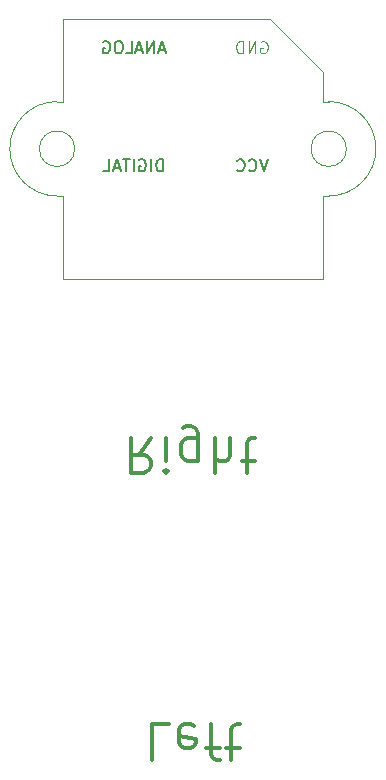
<source format=gbr>
G04 (created by PCBNEW (2013-may-18)-stable) date Пт 28 авг 2015 20:05:46*
%MOIN*%
G04 Gerber Fmt 3.4, Leading zero omitted, Abs format*
%FSLAX34Y34*%
G01*
G70*
G90*
G04 APERTURE LIST*
%ADD10C,0.00393701*%
%ADD11C,0.011811*%
%ADD12C,0.00590551*%
%ADD13C,0.00492126*%
G04 APERTURE END LIST*
G54D10*
G54D11*
X10734Y-35971D02*
X10172Y-35971D01*
X10172Y-37153D01*
X11578Y-36028D02*
X11465Y-35971D01*
X11240Y-35971D01*
X11128Y-36028D01*
X11071Y-36140D01*
X11071Y-36590D01*
X11128Y-36703D01*
X11240Y-36759D01*
X11465Y-36759D01*
X11578Y-36703D01*
X11634Y-36590D01*
X11634Y-36478D01*
X11071Y-36365D01*
X11971Y-36759D02*
X12421Y-36759D01*
X12140Y-35971D02*
X12140Y-36984D01*
X12196Y-37096D01*
X12309Y-37153D01*
X12421Y-37153D01*
X12646Y-36759D02*
X13096Y-36759D01*
X12815Y-37153D02*
X12815Y-36140D01*
X12871Y-36028D01*
X12984Y-35971D01*
X13096Y-35971D01*
X10128Y-26421D02*
X9734Y-26984D01*
X9453Y-26421D02*
X9453Y-27603D01*
X9903Y-27603D01*
X10015Y-27546D01*
X10072Y-27490D01*
X10128Y-27378D01*
X10128Y-27209D01*
X10072Y-27096D01*
X10015Y-27040D01*
X9903Y-26984D01*
X9453Y-26984D01*
X10634Y-26421D02*
X10634Y-27209D01*
X10634Y-27603D02*
X10578Y-27546D01*
X10634Y-27490D01*
X10690Y-27546D01*
X10634Y-27603D01*
X10634Y-27490D01*
X11703Y-27209D02*
X11703Y-26253D01*
X11646Y-26140D01*
X11590Y-26084D01*
X11478Y-26028D01*
X11309Y-26028D01*
X11196Y-26084D01*
X11703Y-26478D02*
X11590Y-26421D01*
X11365Y-26421D01*
X11253Y-26478D01*
X11196Y-26534D01*
X11140Y-26646D01*
X11140Y-26984D01*
X11196Y-27096D01*
X11253Y-27153D01*
X11365Y-27209D01*
X11590Y-27209D01*
X11703Y-27153D01*
X12265Y-26421D02*
X12265Y-27603D01*
X12771Y-26421D02*
X12771Y-27040D01*
X12715Y-27153D01*
X12602Y-27209D01*
X12434Y-27209D01*
X12321Y-27153D01*
X12265Y-27096D01*
X13165Y-27209D02*
X13615Y-27209D01*
X13334Y-27603D02*
X13334Y-26590D01*
X13390Y-26478D01*
X13502Y-26421D01*
X13615Y-26421D01*
G54D10*
X7000Y-15215D02*
X7197Y-15215D01*
X7197Y-15215D02*
X7197Y-12459D01*
X7197Y-21120D02*
X7197Y-18364D01*
X7197Y-18364D02*
X7000Y-18364D01*
X16055Y-18364D02*
X15858Y-18364D01*
X15858Y-18364D02*
X15858Y-21120D01*
X16055Y-15215D02*
X15858Y-15215D01*
X15858Y-15215D02*
X15858Y-14427D01*
X7000Y-18364D02*
G75*
G02X5425Y-16790I0J1574D01*
G74*
G01*
X5425Y-16790D02*
G75*
G02X7000Y-15215I1574J0D01*
G74*
G01*
X17630Y-16790D02*
G75*
G02X16055Y-18364I-1574J0D01*
G74*
G01*
X16055Y-15215D02*
G75*
G02X17630Y-16790I0J-1574D01*
G74*
G01*
X16646Y-16790D02*
G75*
G03X16646Y-16790I-590J0D01*
G74*
G01*
X7590Y-16790D02*
G75*
G03X7590Y-16790I-590J0D01*
G74*
G01*
X15858Y-14427D02*
X15858Y-14231D01*
X15858Y-14231D02*
X14087Y-12459D01*
X14087Y-12459D02*
X7197Y-12459D01*
X7197Y-21120D02*
X15858Y-21120D01*
G54D12*
X10524Y-17540D02*
X10524Y-17146D01*
X10431Y-17146D01*
X10374Y-17165D01*
X10337Y-17202D01*
X10318Y-17240D01*
X10299Y-17315D01*
X10299Y-17371D01*
X10318Y-17446D01*
X10337Y-17483D01*
X10374Y-17521D01*
X10431Y-17540D01*
X10524Y-17540D01*
X10131Y-17540D02*
X10131Y-17146D01*
X9737Y-17165D02*
X9775Y-17146D01*
X9831Y-17146D01*
X9887Y-17165D01*
X9925Y-17202D01*
X9943Y-17240D01*
X9962Y-17315D01*
X9962Y-17371D01*
X9943Y-17446D01*
X9925Y-17483D01*
X9887Y-17521D01*
X9831Y-17540D01*
X9793Y-17540D01*
X9737Y-17521D01*
X9718Y-17502D01*
X9718Y-17371D01*
X9793Y-17371D01*
X9550Y-17540D02*
X9550Y-17146D01*
X9418Y-17146D02*
X9193Y-17146D01*
X9306Y-17540D02*
X9306Y-17146D01*
X9081Y-17427D02*
X8893Y-17427D01*
X9118Y-17540D02*
X8987Y-17146D01*
X8856Y-17540D01*
X8537Y-17540D02*
X8725Y-17540D01*
X8725Y-17146D01*
X14021Y-17146D02*
X13890Y-17540D01*
X13758Y-17146D01*
X13402Y-17502D02*
X13421Y-17521D01*
X13477Y-17540D01*
X13515Y-17540D01*
X13571Y-17521D01*
X13608Y-17483D01*
X13627Y-17446D01*
X13646Y-17371D01*
X13646Y-17315D01*
X13627Y-17240D01*
X13608Y-17202D01*
X13571Y-17165D01*
X13515Y-17146D01*
X13477Y-17146D01*
X13421Y-17165D01*
X13402Y-17183D01*
X13009Y-17502D02*
X13027Y-17521D01*
X13084Y-17540D01*
X13121Y-17540D01*
X13177Y-17521D01*
X13215Y-17483D01*
X13233Y-17446D01*
X13252Y-17371D01*
X13252Y-17315D01*
X13233Y-17240D01*
X13215Y-17202D01*
X13177Y-17165D01*
X13121Y-17146D01*
X13084Y-17146D01*
X13027Y-17165D01*
X13009Y-17183D01*
X10590Y-13490D02*
X10403Y-13490D01*
X10628Y-13603D02*
X10496Y-13209D01*
X10365Y-13603D01*
X10234Y-13603D02*
X10234Y-13209D01*
X10009Y-13603D01*
X10009Y-13209D01*
X9840Y-13490D02*
X9653Y-13490D01*
X9878Y-13603D02*
X9746Y-13209D01*
X9615Y-13603D01*
X9296Y-13603D02*
X9484Y-13603D01*
X9484Y-13209D01*
X9090Y-13209D02*
X9015Y-13209D01*
X8978Y-13228D01*
X8940Y-13265D01*
X8922Y-13340D01*
X8922Y-13471D01*
X8940Y-13546D01*
X8978Y-13584D01*
X9015Y-13603D01*
X9090Y-13603D01*
X9128Y-13584D01*
X9165Y-13546D01*
X9184Y-13471D01*
X9184Y-13340D01*
X9165Y-13265D01*
X9128Y-13228D01*
X9090Y-13209D01*
X8547Y-13228D02*
X8584Y-13209D01*
X8640Y-13209D01*
X8697Y-13228D01*
X8734Y-13265D01*
X8753Y-13303D01*
X8772Y-13378D01*
X8772Y-13434D01*
X8753Y-13509D01*
X8734Y-13546D01*
X8697Y-13584D01*
X8640Y-13603D01*
X8603Y-13603D01*
X8547Y-13584D01*
X8528Y-13565D01*
X8528Y-13434D01*
X8603Y-13434D01*
G54D13*
X13796Y-13228D02*
X13833Y-13209D01*
X13890Y-13209D01*
X13946Y-13228D01*
X13983Y-13265D01*
X14002Y-13303D01*
X14021Y-13378D01*
X14021Y-13434D01*
X14002Y-13509D01*
X13983Y-13546D01*
X13946Y-13584D01*
X13890Y-13603D01*
X13852Y-13603D01*
X13796Y-13584D01*
X13777Y-13565D01*
X13777Y-13434D01*
X13852Y-13434D01*
X13608Y-13603D02*
X13608Y-13209D01*
X13383Y-13603D01*
X13383Y-13209D01*
X13196Y-13603D02*
X13196Y-13209D01*
X13102Y-13209D01*
X13046Y-13228D01*
X13009Y-13265D01*
X12990Y-13303D01*
X12971Y-13378D01*
X12971Y-13434D01*
X12990Y-13509D01*
X13009Y-13546D01*
X13046Y-13584D01*
X13102Y-13603D01*
X13196Y-13603D01*
M02*

</source>
